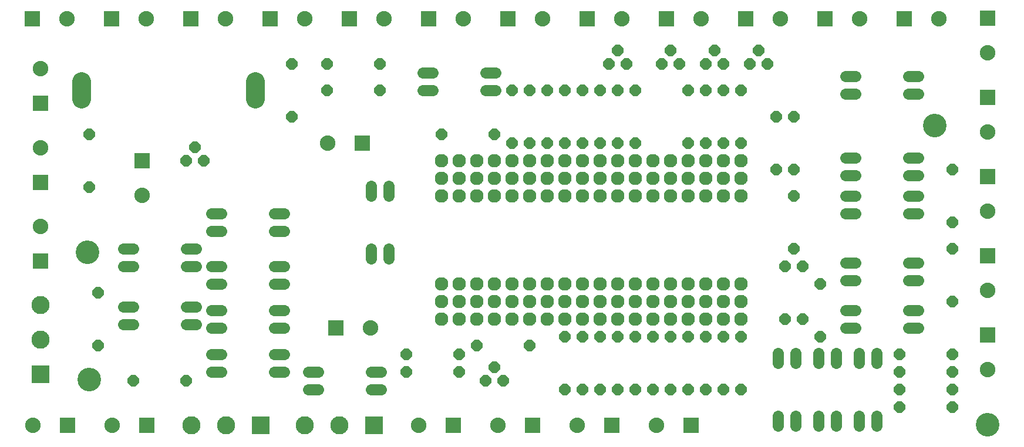
<source format=gts>
G04 EAGLE Gerber RS-274X export*
G75*
%MOMM*%
%FSLAX34Y34*%
%LPD*%
%INTop Soldermask*%
%IPPOS*%
%AMOC8*
5,1,8,0,0,1.08239X$1,22.5*%
G01*
%ADD10C,3.403194*%
%ADD11P,1.759533X8X22.500000*%
%ADD12C,1.955800*%
%ADD13C,1.625600*%
%ADD14P,1.759533X8X112.500000*%
%ADD15P,1.759533X8X292.500000*%
%ADD16P,1.759533X8X202.500000*%
%ADD17R,2.235200X2.235200*%
%ADD18C,2.235200*%
%ADD19R,2.616200X2.616200*%
%ADD20C,2.616200*%
%ADD21C,2.743200*%


D10*
X1435100Y63500D03*
X1358900Y495300D03*
X137160Y312420D03*
X139700Y128270D03*
D11*
X304800Y444500D03*
X292100Y463550D03*
X279400Y444500D03*
X736600Y127000D03*
X723900Y146050D03*
X711200Y127000D03*
X1054100Y584200D03*
X1041400Y603250D03*
X1028700Y584200D03*
X1117600Y584200D03*
X1104900Y603250D03*
X1092200Y584200D03*
D12*
X647700Y215900D03*
X673100Y215900D03*
X698500Y215900D03*
X723900Y215900D03*
X749300Y215900D03*
X774700Y215900D03*
X800100Y215900D03*
X825500Y215900D03*
X850900Y215900D03*
X876300Y215900D03*
X901700Y215900D03*
X927100Y215900D03*
X952500Y215900D03*
X977900Y215900D03*
X1003300Y215900D03*
X1028700Y215900D03*
X1054100Y215900D03*
X1079500Y215900D03*
X647700Y241300D03*
X673100Y241300D03*
X698500Y241300D03*
X723900Y241300D03*
X749300Y241300D03*
X774700Y241300D03*
X800100Y241300D03*
X825500Y241300D03*
X850900Y241300D03*
X876300Y241300D03*
X901700Y241300D03*
X927100Y241300D03*
X952500Y241300D03*
X977900Y241300D03*
X1003300Y241300D03*
X1028700Y241300D03*
X1054100Y241300D03*
X1079500Y241300D03*
X647700Y266700D03*
X673100Y266700D03*
X698500Y266700D03*
X723900Y266700D03*
X749300Y266700D03*
X774700Y266700D03*
X800100Y266700D03*
X825500Y266700D03*
X850900Y266700D03*
X876300Y266700D03*
X901700Y266700D03*
X927100Y266700D03*
X952500Y266700D03*
X977900Y266700D03*
X1003300Y266700D03*
X1028700Y266700D03*
X1054100Y266700D03*
X1079500Y266700D03*
X647700Y393700D03*
X673100Y393700D03*
X698500Y393700D03*
X723900Y393700D03*
X749300Y393700D03*
X774700Y393700D03*
X800100Y393700D03*
X825500Y393700D03*
X850900Y393700D03*
X876300Y393700D03*
X901700Y393700D03*
X927100Y393700D03*
X952500Y393700D03*
X977900Y393700D03*
X1003300Y393700D03*
X1028700Y393700D03*
X1054100Y393700D03*
X1079500Y393700D03*
X647700Y419100D03*
X673100Y419100D03*
X698500Y419100D03*
X723900Y419100D03*
X749300Y419100D03*
X774700Y419100D03*
X800100Y419100D03*
X825500Y419100D03*
X850900Y419100D03*
X876300Y419100D03*
X901700Y419100D03*
X927100Y419100D03*
X952500Y419100D03*
X977900Y419100D03*
X1003300Y419100D03*
X1028700Y419100D03*
X1054100Y419100D03*
X1079500Y419100D03*
X647700Y444500D03*
X673100Y444500D03*
X698500Y444500D03*
X723900Y444500D03*
X749300Y444500D03*
X774700Y444500D03*
X800100Y444500D03*
X825500Y444500D03*
X850900Y444500D03*
X876300Y444500D03*
X901700Y444500D03*
X927100Y444500D03*
X952500Y444500D03*
X977900Y444500D03*
X1003300Y444500D03*
X1028700Y444500D03*
X1054100Y444500D03*
X1079500Y444500D03*
D13*
X203200Y317500D02*
X188976Y317500D01*
X188976Y292100D02*
X203200Y292100D01*
X279400Y292100D02*
X293624Y292100D01*
X293624Y317500D02*
X279400Y317500D01*
X406400Y203200D02*
X420624Y203200D01*
X420624Y228600D02*
X406400Y228600D01*
X330200Y228600D02*
X315976Y228600D01*
X315976Y203200D02*
X330200Y203200D01*
X1320800Y271780D02*
X1335024Y271780D01*
X1335024Y297180D02*
X1320800Y297180D01*
X1244600Y297180D02*
X1230376Y297180D01*
X1230376Y271780D02*
X1244600Y271780D01*
X330200Y165100D02*
X315976Y165100D01*
X315976Y139700D02*
X330200Y139700D01*
X406400Y139700D02*
X420624Y139700D01*
X420624Y165100D02*
X406400Y165100D01*
X203200Y233680D02*
X188976Y233680D01*
X188976Y208280D02*
X203200Y208280D01*
X279400Y208280D02*
X293624Y208280D01*
X293624Y233680D02*
X279400Y233680D01*
X1320800Y203200D02*
X1335024Y203200D01*
X1335024Y228600D02*
X1320800Y228600D01*
X1244600Y228600D02*
X1230376Y228600D01*
X1230376Y203200D02*
X1244600Y203200D01*
X1249680Y76200D02*
X1249680Y61976D01*
X1275080Y61976D02*
X1275080Y76200D01*
X1275080Y152400D02*
X1275080Y166624D01*
X1249680Y166624D02*
X1249680Y152400D01*
X1191260Y76200D02*
X1191260Y61976D01*
X1216660Y61976D02*
X1216660Y76200D01*
X1216660Y152400D02*
X1216660Y166624D01*
X1191260Y166624D02*
X1191260Y152400D01*
X1132840Y76200D02*
X1132840Y61976D01*
X1158240Y61976D02*
X1158240Y76200D01*
X1158240Y152400D02*
X1158240Y166624D01*
X1132840Y166624D02*
X1132840Y152400D01*
X725424Y546100D02*
X711200Y546100D01*
X711200Y571500D02*
X725424Y571500D01*
X635000Y571500D02*
X620776Y571500D01*
X620776Y546100D02*
X635000Y546100D01*
X330200Y292100D02*
X315976Y292100D01*
X315976Y266700D02*
X330200Y266700D01*
X406400Y266700D02*
X420624Y266700D01*
X420624Y292100D02*
X406400Y292100D01*
X1320800Y368300D02*
X1335024Y368300D01*
X1335024Y393700D02*
X1320800Y393700D01*
X1244600Y393700D02*
X1230376Y393700D01*
X1230376Y368300D02*
X1244600Y368300D01*
X546100Y317500D02*
X546100Y303276D01*
X571500Y303276D02*
X571500Y317500D01*
X571500Y393700D02*
X571500Y407924D01*
X546100Y407924D02*
X546100Y393700D01*
X1320800Y422910D02*
X1335024Y422910D01*
X1335024Y448310D02*
X1320800Y448310D01*
X1244600Y448310D02*
X1230376Y448310D01*
X1230376Y422910D02*
X1244600Y422910D01*
X1320800Y541020D02*
X1335024Y541020D01*
X1335024Y566420D02*
X1320800Y566420D01*
X1244600Y566420D02*
X1230376Y566420D01*
X1230376Y541020D02*
X1244600Y541020D01*
X330200Y368300D02*
X315976Y368300D01*
X315976Y342900D02*
X330200Y342900D01*
X406400Y342900D02*
X420624Y342900D01*
X420624Y368300D02*
X406400Y368300D01*
X455676Y139700D02*
X469900Y139700D01*
X469900Y114300D02*
X455676Y114300D01*
X546100Y114300D02*
X560324Y114300D01*
X560324Y139700D02*
X546100Y139700D01*
D11*
X914400Y584200D03*
X901700Y603250D03*
X889000Y584200D03*
X990600Y584200D03*
X977900Y603250D03*
X965200Y584200D03*
D14*
X1130300Y431800D03*
X1130300Y508000D03*
D15*
X774700Y546100D03*
X774700Y469900D03*
D11*
X647700Y482600D03*
X723900Y482600D03*
D14*
X139700Y406400D03*
X139700Y482600D03*
X1155700Y317500D03*
X1155700Y393700D03*
D15*
X1384300Y317500D03*
X1384300Y241300D03*
D14*
X876300Y469900D03*
X876300Y546100D03*
D15*
X1028700Y546100D03*
X1028700Y469900D03*
D11*
X482600Y546100D03*
X558800Y546100D03*
D14*
X1003300Y469900D03*
X1003300Y546100D03*
D15*
X1054100Y546100D03*
X1054100Y469900D03*
D14*
X1155700Y431800D03*
X1155700Y508000D03*
X1384300Y355600D03*
X1384300Y431800D03*
X876300Y114300D03*
X876300Y190500D03*
X825500Y114300D03*
X825500Y190500D03*
D15*
X850900Y190500D03*
X850900Y114300D03*
D14*
X901700Y469900D03*
X901700Y546100D03*
D16*
X558800Y584200D03*
X482600Y584200D03*
D14*
X927100Y469900D03*
X927100Y546100D03*
X431800Y508000D03*
X431800Y584200D03*
X850900Y469900D03*
X850900Y546100D03*
X952500Y114300D03*
X952500Y190500D03*
D15*
X1143000Y292100D03*
X1143000Y215900D03*
D11*
X203200Y127000D03*
X279400Y127000D03*
D15*
X1193800Y266700D03*
X1193800Y190500D03*
D14*
X977900Y114300D03*
X977900Y190500D03*
X152400Y177800D03*
X152400Y254000D03*
D15*
X1079500Y546100D03*
X1079500Y469900D03*
D14*
X1003300Y114300D03*
X1003300Y190500D03*
D11*
X596900Y165100D03*
X673100Y165100D03*
D16*
X1384300Y114300D03*
X1308100Y114300D03*
D14*
X1028700Y114300D03*
X1028700Y190500D03*
D11*
X596900Y139700D03*
X673100Y139700D03*
D16*
X1384300Y88900D03*
X1308100Y88900D03*
D14*
X1054100Y114300D03*
X1054100Y190500D03*
D15*
X1168400Y292100D03*
X1168400Y215900D03*
D16*
X1384300Y139700D03*
X1308100Y139700D03*
D14*
X1079500Y114300D03*
X1079500Y190500D03*
D15*
X901700Y190500D03*
X901700Y114300D03*
D11*
X698500Y177800D03*
X774700Y177800D03*
D16*
X1384300Y165100D03*
X1308100Y165100D03*
D14*
X825500Y469900D03*
X825500Y546100D03*
D15*
X927100Y190500D03*
X927100Y114300D03*
X749300Y546100D03*
X749300Y469900D03*
D14*
X800100Y469900D03*
X800100Y546100D03*
D17*
X533400Y469900D03*
D18*
X483400Y469900D03*
D17*
X495300Y203200D03*
D18*
X545300Y203200D03*
D17*
X1200150Y648970D03*
D18*
X1250150Y648970D03*
D17*
X1085850Y648970D03*
D18*
X1135850Y648970D03*
D17*
X971550Y648970D03*
D18*
X1021550Y648970D03*
D19*
X69220Y135890D03*
D20*
X69220Y185890D03*
X69220Y235890D03*
D17*
X57150Y648970D03*
D18*
X107150Y648970D03*
D17*
X1007110Y62230D03*
D18*
X957110Y62230D03*
D17*
X892810Y62230D03*
D18*
X842810Y62230D03*
D17*
X107950Y62230D03*
D18*
X57950Y62230D03*
D17*
X400050Y648970D03*
D18*
X450050Y648970D03*
D17*
X222250Y62230D03*
D18*
X172250Y62230D03*
D17*
X628650Y648970D03*
D18*
X678650Y648970D03*
D17*
X742950Y648970D03*
D18*
X792950Y648970D03*
D17*
X857250Y648970D03*
D18*
X907250Y648970D03*
D17*
X514350Y648970D03*
D18*
X564350Y648970D03*
D17*
X664210Y62230D03*
D18*
X614210Y62230D03*
D17*
X778510Y62230D03*
D18*
X728510Y62230D03*
D19*
X386410Y62230D03*
D20*
X336410Y62230D03*
X286410Y62230D03*
D19*
X550240Y62230D03*
D20*
X500240Y62230D03*
X450240Y62230D03*
D17*
X69220Y527210D03*
D18*
X69220Y577210D03*
D21*
X128778Y558800D02*
X128778Y533400D01*
X379222Y533400D02*
X379222Y558800D01*
D17*
X1314450Y648970D03*
D18*
X1364450Y648970D03*
D17*
X1435100Y650240D03*
D18*
X1435100Y600240D03*
D17*
X1435100Y535940D03*
D18*
X1435100Y485940D03*
D17*
X1435100Y421640D03*
D18*
X1435100Y371640D03*
D17*
X1435100Y307340D03*
D18*
X1435100Y257340D03*
D17*
X1435100Y193040D03*
D18*
X1435100Y143040D03*
D17*
X171450Y648970D03*
D18*
X221450Y648970D03*
D17*
X285750Y648970D03*
D18*
X335750Y648970D03*
D17*
X69220Y413190D03*
D18*
X69220Y463190D03*
D17*
X69220Y299650D03*
D18*
X69220Y349650D03*
D17*
X215900Y444500D03*
D18*
X215900Y394500D03*
M02*

</source>
